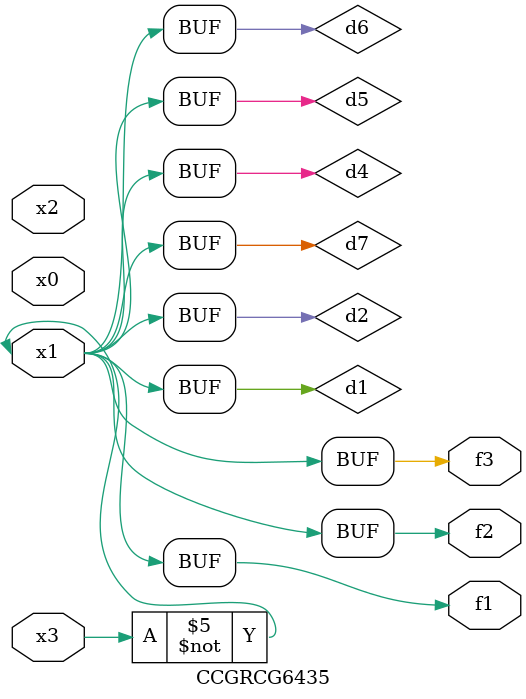
<source format=v>
module CCGRCG6435(
	input x0, x1, x2, x3,
	output f1, f2, f3
);

	wire d1, d2, d3, d4, d5, d6, d7;

	not (d1, x3);
	buf (d2, x1);
	xnor (d3, d1, d2);
	nor (d4, d1);
	buf (d5, d1, d2);
	buf (d6, d4, d5);
	nand (d7, d4);
	assign f1 = d6;
	assign f2 = d7;
	assign f3 = d6;
endmodule

</source>
